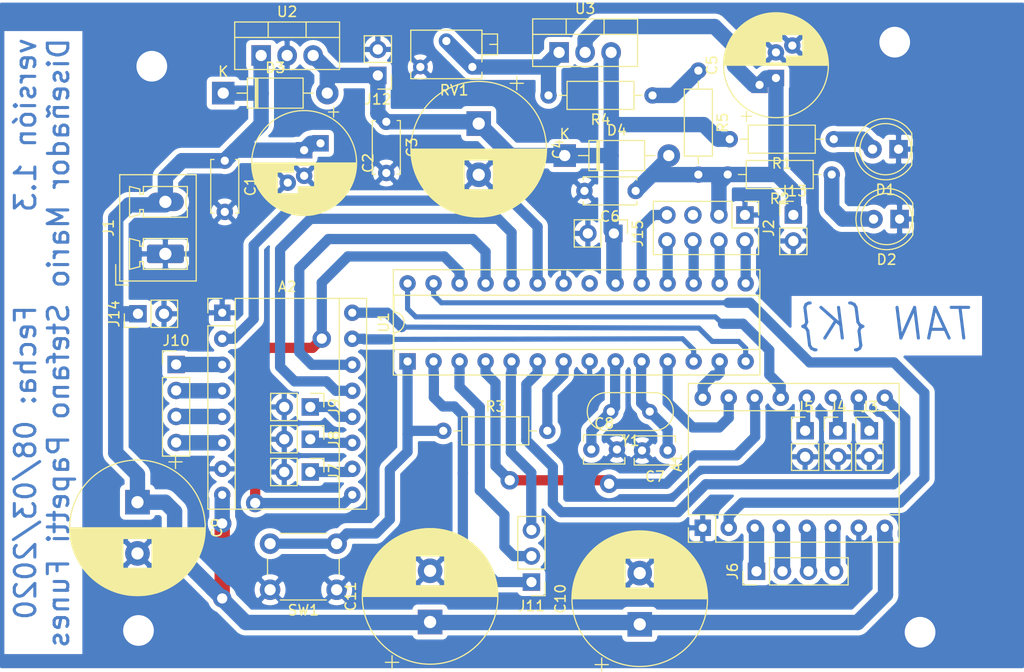
<source format=kicad_pcb>
(kicad_pcb (version 20171130) (host pcbnew "(5.1.5)-3")
  (layers (0 F.Cu signal) (31 B.Cu signal) (34 B.Paste user) (35 F.Paste user) (36 B.SilkS user) (37 F.SilkS user) (38 B.Mask user) (39 F.Mask user) (44 Edge.Cuts user))
  (net 0 "")
  (net 1 GND)
  (net 2 Enable2)
  (net 3 Fault2)
  (net 4 "Net-(A1-Pad10)")
  (net 5 "Net-(A1-Pad3)")
  (net 6 "Net-(A1-Pad11)")
  (net 7 "Net-(A1-Pad4)")
  (net 8 "Net-(A1-Pad12)")
  (net 9 "Net-(A1-Pad5)")
  (net 10 Reset2)
  (net 11 "Net-(A1-Pad6)")
  (net 12 Sleep2)
  (net 13 Steps2)
  (net 14 Vmot)
  (net 15 Direction2)
  (net 16 Direction1)
  (net 17 Steps1)
  (net 18 Sleep1)
  (net 19 "Net-(A2-Pad6)")
  (net 20 Reset1)
  (net 21 "Net-(A2-Pad5)")
  (net 22 "Net-(A2-Pad12)")
  (net 23 "Net-(A2-Pad4)")
  (net 24 "Net-(A2-Pad11)")
  (net 25 "Net-(A2-Pad3)")
  (net 26 "Net-(A2-Pad10)")
  (net 27 Fault1)
  (net 28 Enable1)
  (net 29 +5V)
  (net 30 Vlow)
  (net 31 "Net-(C7-Pad1)")
  (net 32 "Net-(C8-Pad1)")
  (net 33 "Net-(D1-Pad2)")
  (net 34 "Net-(D2-Pad2)")
  (net 35 "Net-(R3-Pad1)")
  (net 36 CE)
  (net 37 CSN)
  (net 38 MOSI)
  (net 39 MISO)
  (net 40 SCK)
  (net 41 "Net-(U1-Pad21)")
  (net 42 IRQ)
  (net 43 "Net-(J11-Pad1)")
  (net 44 "Net-(J11-Pad2)")
  (net 45 "Net-(J11-Pad3)")
  (net 46 "Net-(R4-Pad2)")
  (net 47 "Net-(R4-Pad1)")
  (module Potentiometer_THT:Potentiometer_Bourns_3266X_Horizontal (layer F.Cu) (at 85.95 83.1 180)
    (fp_text reference RV1 (at -3.3 -2.27) (layer F.SilkS))
    (fp_text value R_POT)
    (pad 1 thru_hole circle (at 0 0 180) (size 1.44 1.44) (drill 0.8) (layers *.Cu *.Mask) (net 1 GND))
    (pad 2 thru_hole circle (at -2.54 2.54 180) (size 1.44 1.44) (drill 0.8) (layers *.Cu *.Mask) (net 46 "Net-(R4-Pad2)"))
    (pad 3 thru_hole circle (at -5.08 0 180) (size 1.44 1.44) (drill 0.8) (layers *.Cu *.Mask) (net 46 "Net-(R4-Pad2)"))
  )
  (module Module:Pololu_Breakout-16_15.2x20.3mm (layer F.Cu) (at 66.6 107.1)
    (fp_text reference A2 (at 6.35 -2.54) (layer F.SilkS))
    (fp_text value Pololu_Breakout_DRV8825)
    (pad 16 thru_hole oval (at 12.7 0) (size 1.6 1.6) (drill 0.8) (layers *.Cu *.Mask) (net 16 Direction1))
    (pad 8 thru_hole oval (at 0 17.78) (size 1.6 1.6) (drill 0.8) (layers *.Cu *.Mask) (net 14 Vmot))
    (pad 15 thru_hole oval (at 12.7 2.54) (size 1.6 1.6) (drill 0.8) (layers *.Cu *.Mask) (net 17 Steps1))
    (pad 7 thru_hole oval (at 0 15.24) (size 1.6 1.6) (drill 0.8) (layers *.Cu *.Mask) (net 1 GND))
    (pad 14 thru_hole oval (at 12.7 5.08) (size 1.6 1.6) (drill 0.8) (layers *.Cu *.Mask) (net 18 Sleep1))
    (pad 6 thru_hole oval (at 0 12.7) (size 1.6 1.6) (drill 0.8) (layers *.Cu *.Mask) (net 19 "Net-(A2-Pad6)"))
    (pad 13 thru_hole oval (at 12.7 7.62) (size 1.6 1.6) (drill 0.8) (layers *.Cu *.Mask) (net 20 Reset1))
    (pad 5 thru_hole oval (at 0 10.16) (size 1.6 1.6) (drill 0.8) (layers *.Cu *.Mask) (net 21 "Net-(A2-Pad5)"))
    (pad 12 thru_hole oval (at 12.7 10.16) (size 1.6 1.6) (drill 0.8) (layers *.Cu *.Mask) (net 22 "Net-(A2-Pad12)"))
    (pad 4 thru_hole oval (at 0 7.62) (size 1.6 1.6) (drill 0.8) (layers *.Cu *.Mask) (net 23 "Net-(A2-Pad4)"))
    (pad 11 thru_hole oval (at 12.7 12.7) (size 1.6 1.6) (drill 0.8) (layers *.Cu *.Mask) (net 24 "Net-(A2-Pad11)"))
    (pad 3 thru_hole oval (at 0 5.08) (size 1.6 1.6) (drill 0.8) (layers *.Cu *.Mask) (net 25 "Net-(A2-Pad3)"))
    (pad 10 thru_hole oval (at 12.7 15.24) (size 1.6 1.6) (drill 0.8) (layers *.Cu *.Mask) (net 26 "Net-(A2-Pad10)"))
    (pad 2 thru_hole oval (at 0 2.54) (size 1.6 1.6) (drill 0.8) (layers *.Cu *.Mask) (net 27 Fault1))
    (pad 9 thru_hole oval (at 12.7 17.78) (size 1.6 1.6) (drill 0.8) (layers *.Cu *.Mask) (net 28 Enable1))
    (pad 1 thru_hole rect (at 0 0) (size 1.6 1.6) (drill 0.8) (layers *.Cu *.Mask) (net 1 GND))
  )
  (module Connector_PinHeader_2.54mm:PinHeader_2x04_P2.54mm_Vertical (layer F.Cu) (at 117.65 97.55 270)
    (fp_text reference J2 (at 1.27 -2.33 90) (layer F.SilkS))
    (fp_text value Conn_02x04_Counter_Clockwise)
    (pad 1 thru_hole rect (at 0 0 270) (size 1.7 1.7) (drill 1) (layers *.Cu *.Mask) (net 1 GND))
    (pad 2 thru_hole oval (at 2.54 0 270) (size 1.7 1.7) (drill 1) (layers *.Cu *.Mask) (net 36 CE))
    (pad 3 thru_hole oval (at 0 2.54 270) (size 1.7 1.7) (drill 1) (layers *.Cu *.Mask) (net 30 Vlow))
    (pad 4 thru_hole oval (at 2.54 2.54 270) (size 1.7 1.7) (drill 1) (layers *.Cu *.Mask) (net 37 CSN))
    (pad 5 thru_hole oval (at 0 5.08 270) (size 1.7 1.7) (drill 1) (layers *.Cu *.Mask) (net 42 IRQ))
    (pad 6 thru_hole oval (at 2.54 5.08 270) (size 1.7 1.7) (drill 1) (layers *.Cu *.Mask) (net 38 MOSI))
    (pad 7 thru_hole oval (at 0 7.62 270) (size 1.7 1.7) (drill 1) (layers *.Cu *.Mask) (net 40 SCK))
    (pad 8 thru_hole oval (at 2.54 7.62 270) (size 1.7 1.7) (drill 1) (layers *.Cu *.Mask) (net 39 MISO))
  )
  (module Module:Pololu_Breakout-16_15.2x20.3mm (layer F.Cu) (at 113.525 128.1 90)
    (fp_text reference A1 (at 6.35 -2.54 90) (layer F.SilkS))
    (fp_text value Pololu_Breakout_DRV8825)
    (pad 1 thru_hole rect (at 0 0 90) (size 1.6 1.6) (drill 0.8) (layers *.Cu *.Mask) (net 1 GND))
    (pad 9 thru_hole oval (at 12.7 17.78 90) (size 1.6 1.6) (drill 0.8) (layers *.Cu *.Mask) (net 2 Enable2))
    (pad 2 thru_hole oval (at 0 2.54 90) (size 1.6 1.6) (drill 0.8) (layers *.Cu *.Mask) (net 3 Fault2))
    (pad 10 thru_hole oval (at 12.7 15.24 90) (size 1.6 1.6) (drill 0.8) (layers *.Cu *.Mask) (net 4 "Net-(A1-Pad10)"))
    (pad 3 thru_hole oval (at 0 5.08 90) (size 1.6 1.6) (drill 0.8) (layers *.Cu *.Mask) (net 5 "Net-(A1-Pad3)"))
    (pad 11 thru_hole oval (at 12.7 12.7 90) (size 1.6 1.6) (drill 0.8) (layers *.Cu *.Mask) (net 6 "Net-(A1-Pad11)"))
    (pad 4 thru_hole oval (at 0 7.62 90) (size 1.6 1.6) (drill 0.8) (layers *.Cu *.Mask) (net 7 "Net-(A1-Pad4)"))
    (pad 12 thru_hole oval (at 12.7 10.16 90) (size 1.6 1.6) (drill 0.8) (layers *.Cu *.Mask) (net 8 "Net-(A1-Pad12)"))
    (pad 5 thru_hole oval (at 0 10.16 90) (size 1.6 1.6) (drill 0.8) (layers *.Cu *.Mask) (net 9 "Net-(A1-Pad5)"))
    (pad 13 thru_hole oval (at 12.7 7.62 90) (size 1.6 1.6) (drill 0.8) (layers *.Cu *.Mask) (net 10 Reset2))
    (pad 6 thru_hole oval (at 0 12.7 90) (size 1.6 1.6) (drill 0.8) (layers *.Cu *.Mask) (net 11 "Net-(A1-Pad6)"))
    (pad 14 thru_hole oval (at 12.7 5.08 90) (size 1.6 1.6) (drill 0.8) (layers *.Cu *.Mask) (net 12 Sleep2))
    (pad 7 thru_hole oval (at 0 15.24 90) (size 1.6 1.6) (drill 0.8) (layers *.Cu *.Mask) (net 1 GND))
    (pad 15 thru_hole oval (at 12.7 2.54 90) (size 1.6 1.6) (drill 0.8) (layers *.Cu *.Mask) (net 13 Steps2))
    (pad 8 thru_hole oval (at 0 17.78 90) (size 1.6 1.6) (drill 0.8) (layers *.Cu *.Mask) (net 14 Vmot))
    (pad 16 thru_hole oval (at 12.7 0 90) (size 1.6 1.6) (drill 0.8) (layers *.Cu *.Mask) (net 15 Direction2))
  )
  (module Capacitor_THT:C_Disc_D5.0mm_W2.5mm_P5.00mm (layer F.Cu) (at 66.85 92.25 270)
    (fp_text reference C1 (at 2.5 -2.5 90) (layer F.SilkS))
    (fp_text value 0,1uF)
    (pad 1 thru_hole circle (at 0 0 270) (size 1.6 1.6) (drill 0.8) (layers *.Cu *.Mask) (net 14 Vmot))
    (pad 2 thru_hole circle (at 5 0 270) (size 1.6 1.6) (drill 0.8) (layers *.Cu *.Mask) (net 1 GND))
  )
  (module Capacitor_THT:CP_Radial_D10.0mm_P2.50mm_P5.00mm (layer F.Cu) (at 74.6 91.225 270)
    (fp_text reference C2 (at 1.25 -6.25 90) (layer F.SilkS))
    (fp_text value 2200uF)
    (pad 2 thru_hole circle (at 3.170937 1.6 270) (size 1.6 1.6) (drill 0.8) (layers *.Cu *.Mask) (net 1 GND))
    (pad 1 thru_hole rect (at -0.670937 -1.6 270) (size 1.6 1.6) (drill 0.8) (layers *.Cu *.Mask) (net 14 Vmot))
    (pad 2 thru_hole circle (at 2.5 0 270) (size 1.6 1.6) (drill 0.8) (layers *.Cu *.Mask) (net 1 GND))
    (pad 1 thru_hole rect (at 0 0 270) (size 1.6 1.6) (drill 0.8) (layers *.Cu *.Mask) (net 14 Vmot))
  )
  (module Capacitor_THT:C_Disc_D5.0mm_W2.5mm_P5.00mm (layer F.Cu) (at 82.625 88.45 270)
    (fp_text reference C3 (at 2.5 -2.5 90) (layer F.SilkS))
    (fp_text value 0,1uF)
    (pad 1 thru_hole circle (at 0 0 270) (size 1.6 1.6) (drill 0.8) (layers *.Cu *.Mask) (net 29 +5V))
    (pad 2 thru_hole circle (at 5 0 270) (size 1.6 1.6) (drill 0.8) (layers *.Cu *.Mask) (net 1 GND))
  )
  (module Capacitor_THT:CP_Radial_D10.0mm_P2.50mm_P5.00mm (layer F.Cu) (at 120.675 84.175 90)
    (fp_text reference C5 (at 1.25 -6.25 90) (layer F.SilkS))
    (fp_text value 2200uF)
    (pad 1 thru_hole rect (at 0 0 90) (size 1.6 1.6) (drill 0.8) (layers *.Cu *.Mask) (net 30 Vlow))
    (pad 2 thru_hole circle (at 2.5 0 90) (size 1.6 1.6) (drill 0.8) (layers *.Cu *.Mask) (net 1 GND))
    (pad 1 thru_hole rect (at -0.670937 -1.6 90) (size 1.6 1.6) (drill 0.8) (layers *.Cu *.Mask) (net 30 Vlow))
    (pad 2 thru_hole circle (at 3.170937 1.6 90) (size 1.6 1.6) (drill 0.8) (layers *.Cu *.Mask) (net 1 GND))
  )
  (module Capacitor_THT:C_Disc_D5.0mm_W2.5mm_P5.00mm (layer F.Cu) (at 106.975 95.2 180)
    (fp_text reference C6 (at 2.5 -2.5) (layer F.SilkS))
    (fp_text value 0,1uF)
    (pad 2 thru_hole circle (at 5 0 180) (size 1.6 1.6) (drill 0.8) (layers *.Cu *.Mask) (net 1 GND))
    (pad 1 thru_hole circle (at 0 0 180) (size 1.6 1.6) (drill 0.8) (layers *.Cu *.Mask) (net 30 Vlow))
  )
  (module Capacitor_THT:C_Disc_D3.8mm_W2.6mm_P2.50mm (layer F.Cu) (at 110.1 120.55 180)
    (fp_text reference C7 (at 1.25 -2.55) (layer F.SilkS))
    (fp_text value 22pF)
    (pad 2 thru_hole circle (at 2.5 0 180) (size 1.6 1.6) (drill 0.8) (layers *.Cu *.Mask) (net 1 GND))
    (pad 1 thru_hole circle (at 0 0 180) (size 1.6 1.6) (drill 0.8) (layers *.Cu *.Mask) (net 31 "Net-(C7-Pad1)"))
  )
  (module Capacitor_THT:C_Disc_D3.8mm_W2.6mm_P2.50mm (layer F.Cu) (at 102.65 120.45)
    (fp_text reference C8 (at 1.25 -2.55) (layer F.SilkS))
    (fp_text value 22pF)
    (pad 1 thru_hole circle (at 0 0) (size 1.6 1.6) (drill 0.8) (layers *.Cu *.Mask) (net 32 "Net-(C8-Pad1)"))
    (pad 2 thru_hole circle (at 2.5 0) (size 1.6 1.6) (drill 0.8) (layers *.Cu *.Mask) (net 1 GND))
  )
  (module LED_THT:LED_D5.0mm (layer F.Cu) (at 132.65 91.125 180)
    (fp_text reference D1 (at 1.27 -3.96) (layer F.SilkS))
    (fp_text value LED)
    (pad 1 thru_hole rect (at 0 0 180) (size 1.8 1.8) (drill 0.9) (layers *.Cu *.Mask) (net 1 GND))
    (pad 2 thru_hole circle (at 2.54 0 180) (size 1.8 1.8) (drill 0.9) (layers *.Cu *.Mask) (net 33 "Net-(D1-Pad2)"))
  )
  (module LED_THT:LED_D5.0mm (layer F.Cu) (at 132.75 97.95 180)
    (fp_text reference D2 (at 1.27 -3.96) (layer F.SilkS))
    (fp_text value LED)
    (pad 2 thru_hole circle (at 2.54 0 180) (size 1.8 1.8) (drill 0.9) (layers *.Cu *.Mask) (net 34 "Net-(D2-Pad2)"))
    (pad 1 thru_hole rect (at 0 0 180) (size 1.8 1.8) (drill 0.9) (layers *.Cu *.Mask) (net 1 GND))
  )
  (module Resistor_THT:R_Axial_DIN0207_L6.3mm_D2.5mm_P10.16mm_Horizontal (layer F.Cu) (at 126.325 90.15 180)
    (fp_text reference R1 (at 5.08 -2.37) (layer F.SilkS))
    (fp_text value 220)
    (pad 2 thru_hole oval (at 10.16 0 180) (size 1.6 1.6) (drill 0.8) (layers *.Cu *.Mask) (net 29 +5V))
    (pad 1 thru_hole circle (at 0 0 180) (size 1.6 1.6) (drill 0.8) (layers *.Cu *.Mask) (net 33 "Net-(D1-Pad2)"))
  )
  (module Resistor_THT:R_Axial_DIN0207_L6.3mm_D2.5mm_P10.16mm_Horizontal (layer F.Cu) (at 126.125 93.6 180)
    (fp_text reference R2 (at 5.08 -2.37) (layer F.SilkS))
    (fp_text value 220)
    (pad 1 thru_hole circle (at 0 0 180) (size 1.6 1.6) (drill 0.8) (layers *.Cu *.Mask) (net 34 "Net-(D2-Pad2)"))
    (pad 2 thru_hole oval (at 10.16 0 180) (size 1.6 1.6) (drill 0.8) (layers *.Cu *.Mask) (net 30 Vlow))
  )
  (module Resistor_THT:R_Axial_DIN0207_L6.3mm_D2.5mm_P10.16mm_Horizontal (layer F.Cu) (at 88.19 118.63)
    (fp_text reference R3 (at 5.08 -2.37) (layer F.SilkS))
    (fp_text value 220)
    (pad 1 thru_hole circle (at 0 0) (size 1.6 1.6) (drill 0.8) (layers *.Cu *.Mask) (net 35 "Net-(R3-Pad1)"))
    (pad 2 thru_hole oval (at 10.16 0) (size 1.6 1.6) (drill 0.8) (layers *.Cu *.Mask) (net 29 +5V))
  )
  (module Button_Switch_THT:SW_PUSH_6mm_H5mm (layer F.Cu) (at 77.775 134.15 180)
    (fp_text reference SW1 (at 3.25 -2) (layer F.SilkS))
    (fp_text value SW_Push)
    (pad 2 thru_hole circle (at 0 4.5 270) (size 2 2) (drill 1.1) (layers *.Cu *.Mask) (net 35 "Net-(R3-Pad1)"))
    (pad 1 thru_hole circle (at 0 0 270) (size 2 2) (drill 1.1) (layers *.Cu *.Mask) (net 1 GND))
    (pad 2 thru_hole circle (at 6.5 4.5 270) (size 2 2) (drill 1.1) (layers *.Cu *.Mask) (net 35 "Net-(R3-Pad1)"))
    (pad 1 thru_hole circle (at 6.5 0 270) (size 2 2) (drill 1.1) (layers *.Cu *.Mask) (net 1 GND))
  )
  (module Package_DIP:DIP-28_W7.62mm_Socket (layer F.Cu) (at 84.7 111.85 90)
    (fp_text reference U1 (at 3.81 -2.33 90) (layer F.SilkS))
    (fp_text value ATMEGA328-PU)
    (pad 1 thru_hole rect (at 0 0 90) (size 1.6 1.6) (drill 0.8) (layers *.Cu *.Mask) (net 35 "Net-(R3-Pad1)"))
    (pad 15 thru_hole oval (at 7.62 33.02 90) (size 1.6 1.6) (drill 0.8) (layers *.Cu *.Mask) (net 36 CE))
    (pad 2 thru_hole oval (at 0 2.54 90) (size 1.6 1.6) (drill 0.8) (layers *.Cu *.Mask) (net 43 "Net-(J11-Pad1)"))
    (pad 16 thru_hole oval (at 7.62 30.48 90) (size 1.6 1.6) (drill 0.8) (layers *.Cu *.Mask) (net 37 CSN))
    (pad 3 thru_hole oval (at 0 5.08 90) (size 1.6 1.6) (drill 0.8) (layers *.Cu *.Mask) (net 44 "Net-(J11-Pad2)"))
    (pad 17 thru_hole oval (at 7.62 27.94 90) (size 1.6 1.6) (drill 0.8) (layers *.Cu *.Mask) (net 38 MOSI))
    (pad 4 thru_hole oval (at 0 7.62 90) (size 1.6 1.6) (drill 0.8) (layers *.Cu *.Mask) (net 12 Sleep2))
    (pad 18 thru_hole oval (at 7.62 25.4 90) (size 1.6 1.6) (drill 0.8) (layers *.Cu *.Mask) (net 39 MISO))
    (pad 5 thru_hole oval (at 0 10.16 90) (size 1.6 1.6) (drill 0.8) (layers *.Cu *.Mask) (net 45 "Net-(J11-Pad3)"))
    (pad 19 thru_hole oval (at 7.62 22.86 90) (size 1.6 1.6) (drill 0.8) (layers *.Cu *.Mask) (net 40 SCK))
    (pad 6 thru_hole oval (at 0 12.7 90) (size 1.6 1.6) (drill 0.8) (layers *.Cu *.Mask) (net 2 Enable2))
    (pad 20 thru_hole oval (at 7.62 20.32 90) (size 1.6 1.6) (drill 0.8) (layers *.Cu *.Mask) (net 29 +5V))
    (pad 7 thru_hole oval (at 0 15.24 90) (size 1.6 1.6) (drill 0.8) (layers *.Cu *.Mask) (net 29 +5V))
    (pad 21 thru_hole oval (at 7.62 17.78 90) (size 1.6 1.6) (drill 0.8) (layers *.Cu *.Mask) (net 41 "Net-(U1-Pad21)"))
    (pad 8 thru_hole oval (at 0 17.78 90) (size 1.6 1.6) (drill 0.8) (layers *.Cu *.Mask) (net 1 GND))
    (pad 22 thru_hole oval (at 7.62 15.24 90) (size 1.6 1.6) (drill 0.8) (layers *.Cu *.Mask) (net 1 GND))
    (pad 9 thru_hole oval (at 0 20.32 90) (size 1.6 1.6) (drill 0.8) (layers *.Cu *.Mask) (net 32 "Net-(C8-Pad1)"))
    (pad 23 thru_hole oval (at 7.62 12.7 90) (size 1.6 1.6) (drill 0.8) (layers *.Cu *.Mask) (net 27 Fault1))
    (pad 10 thru_hole oval (at 0 22.86 90) (size 1.6 1.6) (drill 0.8) (layers *.Cu *.Mask) (net 31 "Net-(C7-Pad1)"))
    (pad 24 thru_hole oval (at 7.62 10.16 90) (size 1.6 1.6) (drill 0.8) (layers *.Cu *.Mask) (net 20 Reset1))
    (pad 11 thru_hole oval (at 0 25.4 90) (size 1.6 1.6) (drill 0.8) (layers *.Cu *.Mask) (net 13 Steps2))
    (pad 25 thru_hole oval (at 7.62 7.62 90) (size 1.6 1.6) (drill 0.8) (layers *.Cu *.Mask) (net 18 Sleep1))
    (pad 12 thru_hole oval (at 0 27.94 90) (size 1.6 1.6) (drill 0.8) (layers *.Cu *.Mask) (net 17 Steps1))
    (pad 26 thru_hole oval (at 7.62 5.08 90) (size 1.6 1.6) (drill 0.8) (layers *.Cu *.Mask) (net 28 Enable1))
    (pad 13 thru_hole oval (at 0 30.48 90) (size 1.6 1.6) (drill 0.8) (layers *.Cu *.Mask) (net 15 Direction2))
    (pad 27 thru_hole oval (at 7.62 2.54 90) (size 1.6 1.6) (drill 0.8) (layers *.Cu *.Mask) (net 3 Fault2))
    (pad 14 thru_hole oval (at 0 33.02 90) (size 1.6 1.6) (drill 0.8) (layers *.Cu *.Mask) (net 16 Direction1))
    (pad 28 thru_hole oval (at 7.62 0 90) (size 1.6 1.6) (drill 0.8) (layers *.Cu *.Mask) (net 10 Reset2))
  )
  (module Package_TO_SOT_THT:TO-220-3_Vertical (layer F.Cu) (at 70.4 81.975)
    (fp_text reference U2 (at 2.54 -4.27) (layer F.SilkS))
    (fp_text value LM7805_TO220)
    (pad 1 thru_hole rect (at 0 0) (size 1.905 2) (drill 1.1) (layers *.Cu *.Mask) (net 14 Vmot))
    (pad 2 thru_hole oval (at 2.54 0) (size 1.905 2) (drill 1.1) (layers *.Cu *.Mask) (net 1 GND))
    (pad 3 thru_hole oval (at 5.08 0) (size 1.905 2) (drill 1.1) (layers *.Cu *.Mask) (net 29 +5V))
  )
  (module Crystal:Crystal_HC52-6mm_Vertical (layer F.Cu) (at 108.35 116.75 180)
    (fp_text reference Y1 (at 1.9 -2.85) (layer F.SilkS))
    (fp_text value Crystal)
    (pad 1 thru_hole circle (at 0 0 180) (size 1.5 1.5) (drill 0.8) (layers *.Cu *.Mask) (net 31 "Net-(C7-Pad1)"))
    (pad 2 thru_hole circle (at 3.8 0 180) (size 1.5 1.5) (drill 0.8) (layers *.Cu *.Mask) (net 32 "Net-(C8-Pad1)"))
  )
  (module Connector_PinHeader_2.54mm:PinHeader_1x02_P2.54mm_Vertical (layer F.Cu) (at 129.8 118.625)
    (fp_text reference J3 (at 0 -2.33) (layer F.SilkS))
    (fp_text value Conn_01x02)
    (pad 1 thru_hole rect (at 0 0) (size 1.7 1.7) (drill 1) (layers *.Cu *.Mask) (net 4 "Net-(A1-Pad10)"))
    (pad 2 thru_hole oval (at 0 2.54) (size 1.7 1.7) (drill 1) (layers *.Cu *.Mask) (net 1 GND))
  )
  (module Connector_PinHeader_2.54mm:PinHeader_1x02_P2.54mm_Vertical (layer F.Cu) (at 126.725 118.625)
    (fp_text reference J4 (at 0 -2.33) (layer F.SilkS))
    (fp_text value Conn_01x02)
    (pad 2 thru_hole oval (at 0 2.54) (size 1.7 1.7) (drill 1) (layers *.Cu *.Mask) (net 1 GND))
    (pad 1 thru_hole rect (at 0 0) (size 1.7 1.7) (drill 1) (layers *.Cu *.Mask) (net 6 "Net-(A1-Pad11)"))
  )
  (module Connector_PinHeader_2.54mm:PinHeader_1x02_P2.54mm_Vertical (layer F.Cu) (at 123.525 118.625)
    (fp_text reference J5 (at 0 -2.33) (layer F.SilkS))
    (fp_text value Conn_01x02)
    (pad 1 thru_hole rect (at 0 0) (size 1.7 1.7) (drill 1) (layers *.Cu *.Mask) (net 8 "Net-(A1-Pad12)"))
    (pad 2 thru_hole oval (at 0 2.54) (size 1.7 1.7) (drill 1) (layers *.Cu *.Mask) (net 1 GND))
  )
  (module Connector_PinHeader_2.54mm:PinHeader_1x04_P2.54mm_Vertical (layer F.Cu) (at 118.775 132.35 90)
    (fp_text reference J6 (at 0 -2.33 90) (layer F.SilkS))
    (fp_text value Conn_01x04)
    (pad 4 thru_hole oval (at 0 7.62 90) (size 1.7 1.7) (drill 1) (layers *.Cu *.Mask) (net 11 "Net-(A1-Pad6)"))
    (pad 3 thru_hole oval (at 0 5.08 90) (size 1.7 1.7) (drill 1) (layers *.Cu *.Mask) (net 9 "Net-(A1-Pad5)"))
    (pad 2 thru_hole oval (at 0 2.54 90) (size 1.7 1.7) (drill 1) (layers *.Cu *.Mask) (net 7 "Net-(A1-Pad4)"))
    (pad 1 thru_hole rect (at 0 0 90) (size 1.7 1.7) (drill 1) (layers *.Cu *.Mask) (net 5 "Net-(A1-Pad3)"))
  )
  (module Connector_PinHeader_2.54mm:PinHeader_1x02_P2.54mm_Vertical (layer F.Cu) (at 75.2 122.65 270)
    (fp_text reference J7 (at 0 -2.33 90) (layer F.SilkS))
    (fp_text value Conn_01x02)
    (pad 2 thru_hole oval (at 0 2.54 270) (size 1.7 1.7) (drill 1) (layers *.Cu *.Mask) (net 1 GND))
    (pad 1 thru_hole rect (at 0 0 270) (size 1.7 1.7) (drill 1) (layers *.Cu *.Mask) (net 26 "Net-(A2-Pad10)"))
  )
  (module Connector_PinHeader_2.54mm:PinHeader_1x02_P2.54mm_Vertical (layer F.Cu) (at 75.2 119.45 270)
    (fp_text reference J8 (at 0 -2.33 90) (layer F.SilkS))
    (fp_text value Conn_01x02)
    (pad 1 thru_hole rect (at 0 0 270) (size 1.7 1.7) (drill 1) (layers *.Cu *.Mask) (net 24 "Net-(A2-Pad11)"))
    (pad 2 thru_hole oval (at 0 2.54 270) (size 1.7 1.7) (drill 1) (layers *.Cu *.Mask) (net 1 GND))
  )
  (module Connector_PinHeader_2.54mm:PinHeader_1x02_P2.54mm_Vertical (layer F.Cu) (at 75.2 116.3 270)
    (fp_text reference J9 (at 0 -2.33 90) (layer F.SilkS))
    (fp_text value Conn_01x02)
    (pad 2 thru_hole oval (at 0 2.54 270) (size 1.7 1.7) (drill 1) (layers *.Cu *.Mask) (net 1 GND))
    (pad 1 thru_hole rect (at 0 0 270) (size 1.7 1.7) (drill 1) (layers *.Cu *.Mask) (net 22 "Net-(A2-Pad12)"))
  )
  (module Connector_PinHeader_2.54mm:PinHeader_1x04_P2.54mm_Vertical (layer F.Cu) (at 62.1 112.15)
    (fp_text reference J10 (at 0 -2.33) (layer F.SilkS))
    (fp_text value Conn_01x04)
    (pad 1 thru_hole rect (at 0 0) (size 1.7 1.7) (drill 1) (layers *.Cu *.Mask) (net 25 "Net-(A2-Pad3)"))
    (pad 2 thru_hole oval (at 0 2.54) (size 1.7 1.7) (drill 1) (layers *.Cu *.Mask) (net 23 "Net-(A2-Pad4)"))
    (pad 3 thru_hole oval (at 0 5.08) (size 1.7 1.7) (drill 1) (layers *.Cu *.Mask) (net 21 "Net-(A2-Pad5)"))
    (pad 4 thru_hole oval (at 0 7.62) (size 1.7 1.7) (drill 1) (layers *.Cu *.Mask) (net 19 "Net-(A2-Pad6)"))
  )
  (module Connector_PinHeader_2.54mm:PinHeader_1x03_P2.54mm_Vertical (layer F.Cu) (at 96.8 133.4 180)
    (fp_text reference J11 (at 0 -2.33) (layer F.SilkS))
    (fp_text value Conn_01x03)
    (pad 1 thru_hole rect (at 0 0 180) (size 1.7 1.7) (drill 1) (layers *.Cu *.Mask) (net 43 "Net-(J11-Pad1)"))
    (pad 2 thru_hole oval (at 0 2.54 180) (size 1.7 1.7) (drill 1) (layers *.Cu *.Mask) (net 44 "Net-(J11-Pad2)"))
    (pad 3 thru_hole oval (at 0 5.08 180) (size 1.7 1.7) (drill 1) (layers *.Cu *.Mask) (net 45 "Net-(J11-Pad3)"))
  )
  (module Connector_Phoenix_MC_HighVoltage:PhoenixContact_MCV_1,5_2-G-5.08_1x02_P5.08mm_Vertical (layer F.Cu) (at 61.05 101.35 90)
    (fp_text reference J1 (at 2.54 -5.55 90) (layer F.SilkS))
    (fp_text value Conn_01x02)
    (pad 1 thru_hole roundrect (at 0 0 90) (size 1.8 3.6) (drill 1.2) (layers *.Cu *.Mask) (roundrect_rratio 0.138889) (net 1 GND))
    (pad 2 thru_hole oval (at 5.08 0 90) (size 1.8 3.6) (drill 1.2) (layers *.Cu *.Mask) (net 14 Vmot))
  )
  (module Capacitor_THT:CP_Radial_D13.0mm_P5.00mm (layer F.Cu) (at 58.325 125.6 270)
    (fp_text reference C9 (at 2.5 -7.75 90) (layer F.SilkS))
    (fp_text value 2200uF)
    (pad 1 thru_hole rect (at 0 0 270) (size 2.4 2.4) (drill 1.2) (layers *.Cu *.Mask) (net 14 Vmot))
    (pad 2 thru_hole circle (at 5 0 270) (size 2.4 2.4) (drill 1.2) (layers *.Cu *.Mask) (net 1 GND))
  )
  (module Capacitor_THT:CP_Radial_D13.0mm_P5.00mm (layer F.Cu) (at 107.375 137.525 90)
    (fp_text reference C10 (at 2.5 -7.75 90) (layer F.SilkS))
    (fp_text value 2200uF)
    (pad 2 thru_hole circle (at 5 0 90) (size 2.4 2.4) (drill 1.2) (layers *.Cu *.Mask) (net 1 GND))
    (pad 1 thru_hole rect (at 0 0 90) (size 2.4 2.4) (drill 1.2) (layers *.Cu *.Mask) (net 14 Vmot))
  )
  (module Connector_PinHeader_2.54mm:PinHeader_1x02_P2.54mm_Vertical (layer F.Cu) (at 81.8 83.925 180)
    (fp_text reference J12 (at 0 -2.33) (layer F.SilkS))
    (fp_text value Conn_01x02)
    (pad 1 thru_hole rect (at 0 0 180) (size 1.7 1.7) (drill 1) (layers *.Cu *.Mask) (net 29 +5V))
    (pad 2 thru_hole oval (at 0 2.54 180) (size 1.7 1.7) (drill 1) (layers *.Cu *.Mask) (net 1 GND))
  )
  (module Capacitor_THT:CP_Radial_D13.0mm_P5.00mm (layer F.Cu) (at 91.65 88.625 270)
    (fp_text reference C4 (at 2.5 -7.75 90) (layer F.SilkS))
    (fp_text value 2200uF)
    (pad 1 thru_hole rect (at 0 0 270) (size 2.4 2.4) (drill 1.2) (layers *.Cu *.Mask) (net 29 +5V))
    (pad 2 thru_hole circle (at 5 0 270) (size 2.4 2.4) (drill 1.2) (layers *.Cu *.Mask) (net 1 GND))
  )
  (module Capacitor_THT:CP_Radial_D13.0mm_P5.00mm (layer F.Cu) (at 86.9 137.3 90)
    (fp_text reference C11 (at 2.5 -7.75 90) (layer F.SilkS))
    (fp_text value 2200uF)
    (pad 1 thru_hole rect (at 0 0 90) (size 2.4 2.4) (drill 1.2) (layers *.Cu *.Mask) (net 14 Vmot))
    (pad 2 thru_hole circle (at 5 0 90) (size 2.4 2.4) (drill 1.2) (layers *.Cu *.Mask) (net 1 GND))
  )
  (module Diode_THT:D_DO-41_SOD81_P10.16mm_Horizontal (layer F.Cu) (at 66.7 85.65)
    (fp_text reference D3 (at 5.08 -2.47) (layer F.SilkS))
    (fp_text value 1N4007)
    (fp_text user K (at 0 -2.1) (layer F.SilkS))
    (pad 1 thru_hole rect (at 0 0) (size 2.2 2.2) (drill 1.1) (layers *.Cu *.Mask) (net 14 Vmot))
    (pad 2 thru_hole oval (at 10.16 0) (size 2.2 2.2) (drill 1.1) (layers *.Cu *.Mask) (net 29 +5V))
  )
  (module Diode_THT:D_DO-41_SOD81_P10.16mm_Horizontal (layer F.Cu) (at 100.05 91.75)
    (fp_text reference D4 (at 5.08 -2.47) (layer F.SilkS))
    (fp_text value 1N4007)
    (fp_text user K (at 0 -2.1) (layer F.SilkS))
    (pad 2 thru_hole oval (at 10.16 0) (size 2.2 2.2) (drill 1.1) (layers *.Cu *.Mask) (net 30 Vlow))
    (pad 1 thru_hole rect (at 0 0) (size 2.2 2.2) (drill 1.1) (layers *.Cu *.Mask) (net 29 +5V))
  )
  (module Resistor_THT:R_Axial_DIN0207_L6.3mm_D2.5mm_P10.16mm_Horizontal (layer F.Cu) (at 108.625 85.875 180)
    (fp_text reference R4 (at 5.08 -2.37) (layer F.SilkS))
    (fp_text value 120)
    (pad 2 thru_hole oval (at 10.16 0 180) (size 1.6 1.6) (drill 0.8) (layers *.Cu *.Mask) (net 46 "Net-(R4-Pad2)"))
    (pad 1 thru_hole circle (at 0 0 180) (size 1.6 1.6) (drill 0.8) (layers *.Cu *.Mask) (net 47 "Net-(R4-Pad1)"))
  )
  (module Resistor_THT:R_Axial_DIN0207_L6.3mm_D2.5mm_P10.16mm_Horizontal (layer F.Cu) (at 113.1 83.45 270)
    (fp_text reference R5 (at 5.08 -2.37 90) (layer F.SilkS))
    (fp_text value 120)
    (pad 1 thru_hole circle (at 0 0 270) (size 1.6 1.6) (drill 0.8) (layers *.Cu *.Mask) (net 47 "Net-(R4-Pad1)"))
    (pad 2 thru_hole oval (at 10.16 0 270) (size 1.6 1.6) (drill 0.8) (layers *.Cu *.Mask) (net 30 Vlow))
  )
  (module Package_TO_SOT_THT:TO-220-3_Vertical (layer F.Cu) (at 99.5 81.675)
    (fp_text reference U3 (at 2.54 -4.27) (layer F.SilkS))
    (fp_text value LM317_3PinPackage)
    (pad 1 thru_hole rect (at 0 0) (size 1.905 2) (drill 1.1) (layers *.Cu *.Mask) (net 46 "Net-(R4-Pad2)"))
    (pad 2 thru_hole oval (at 2.54 0) (size 1.905 2) (drill 1.1) (layers *.Cu *.Mask) (net 30 Vlow))
    (pad 3 thru_hole oval (at 5.08 0) (size 1.905 2) (drill 1.1) (layers *.Cu *.Mask) (net 29 +5V))
  )
  (module Connector_PinHeader_2.54mm:PinHeader_1x02_P2.54mm_Vertical (layer F.Cu) (at 122.375 97.55)
    (fp_text reference J13 (at 0 -2.33) (layer F.SilkS))
    (fp_text value Conn_01x02)
    (pad 1 thru_hole rect (at 0 0) (size 1.7 1.7) (drill 1) (layers *.Cu *.Mask) (net 30 Vlow))
    (pad 2 thru_hole oval (at 0 2.54) (size 1.7 1.7) (drill 1) (layers *.Cu *.Mask) (net 1 GND))
  )
  (module Connector_PinHeader_2.54mm:PinHeader_1x02_P2.54mm_Vertical (layer F.Cu) (at 58.375 107.2 90)
    (fp_text reference J14 (at 0 -2.33 90) (layer F.SilkS))
    (fp_text value Conn_01x02)
    (pad 2 thru_hole oval (at 0 2.54 90) (size 1.7 1.7) (drill 1) (layers *.Cu *.Mask) (net 1 GND))
    (pad 1 thru_hole rect (at 0 0 90) (size 1.7 1.7) (drill 1) (layers *.Cu *.Mask) (net 14 Vmot))
  )
  (module Connector_PinHeader_2.54mm:PinHeader_1x02_P2.54mm_Vertical (layer F.Cu) (at 104.85 99.35 270)
    (fp_text reference J15 (at 0 -2.33 90) (layer F.SilkS))
    (fp_text value Conn_01x02)
    (pad 1 thru_hole rect (at 0 0 270) (size 1.7 1.7) (drill 1) (layers *.Cu *.Mask) (net 29 +5V))
    (pad 2 thru_hole oval (at 0 2.54 270) (size 1.7 1.7) (drill 1) (layers *.Cu *.Mask) (net 1 GND))
  )
  (gr_text "TAN {K}" (at 131.5 108.2) (layer B.Cu) (effects (font (size 3 3) (thickness 0.3) italic) (justify mirror)))
  (gr_text "versión 1.3      Fecha: 08/03/2020\nDiseñador Mario Stefano Papetti Funes" (at 49 80.1 90) (layer B.Cu) (effects (font (size 2 2) (thickness 0.3)) (justify left mirror)))
  (via (at 59.725 83.025) (size 3.2) (drill 3) (layers F.Cu B.Cu) (net 1))
  (via (at 58.425 138.125) (size 3.2) (drill 3) (layers F.Cu B.Cu) (net 1))
  (via (at 134.75 138.3) (size 3.2) (drill 3) (layers F.Cu B.Cu) (net 1))
  (via (at 132.275 80.675) (size 3.2) (drill 3) (layers F.Cu B.Cu) (net 1))
  (segment (start 97.4 112.98137) (end 96.3 114.08137) (width 1) (layer B.Cu) (net 2))
  (segment (start 97.4 111.85) (end 97.4 112.98137) (width 1) (layer B.Cu) (net 2))
  (segment (start 98.89 122.15) (end 96.29 119.55) (width 1) (layer B.Cu) (net 2))
  (segment (start 98.89 125.75) (end 98.89 122.15) (width 1) (layer B.Cu) (net 2))
  (segment (start 111.1 126.57) (end 99.71 126.57) (width 1) (layer B.Cu) (net 2))
  (segment (start 99.71 126.57) (end 98.89 125.75) (width 1) (layer B.Cu) (net 2))
  (segment (start 113.82 123.85) (end 111.1 126.57) (width 1) (layer B.Cu) (net 2))
  (segment (start 132.15 123.85) (end 113.82 123.85) (width 1) (layer B.Cu) (net 2))
  (segment (start 96.3 114.08137) (end 96.29 119.55) (width 1) (layer B.Cu) (net 2))
  (segment (start 131.305 115.4) (end 133.3 117.395) (width 1) (layer B.Cu) (net 2))
  (segment (start 133.3 117.395) (end 133.3 122.7) (width 1) (layer B.Cu) (net 2))
  (segment (start 133.3 122.7) (end 132.15 123.85) (width 1) (layer B.Cu) (net 2))
  (segment (start 88.00363 106.125) (end 116.025 106.125) (width 0.5) (layer B.Cu) (net 3))
  (segment (start 87.24 104.23) (end 87.24 105.36137) (width 0.5) (layer B.Cu) (net 3))
  (segment (start 87.24 105.36137) (end 88.00363 106.125) (width 0.5) (layer B.Cu) (net 3))
  (segment (start 116.065 126.96863) (end 116.065 128.1) (width 1) (layer B.Cu) (net 3))
  (segment (start 132.775 125.65) (end 117.38363 125.65) (width 1) (layer B.Cu) (net 3))
  (segment (start 117.38363 125.65) (end 116.065 126.96863) (width 1) (layer B.Cu) (net 3))
  (segment (start 135.175 123.25) (end 132.775 125.65) (width 1) (layer B.Cu) (net 3))
  (segment (start 118.15 106.125) (end 123.975 111.95) (width 1) (layer B.Cu) (net 3))
  (segment (start 116.025 106.125) (end 118.15 106.125) (width 1) (layer B.Cu) (net 3))
  (segment (start 123.975 111.95) (end 132.2 111.95) (width 1) (layer B.Cu) (net 3))
  (segment (start 132.2 111.95) (end 135.175 114.925) (width 1) (layer B.Cu) (net 3))
  (segment (start 135.175 114.925) (end 135.175 123.25) (width 1) (layer B.Cu) (net 3))
  (segment (start 129.8 118.625) (end 129.8 117.975) (width 1) (layer B.Cu) (net 4))
  (segment (start 128.765 116.94) (end 128.765 115.4) (width 1) (layer B.Cu) (net 4))
  (segment (start 129.8 117.975) (end 128.765 116.94) (width 1) (layer B.Cu) (net 4))
  (segment (start 118.775 128.27) (end 118.605 128.1) (width 1.5) (layer B.Cu) (net 5))
  (segment (start 118.775 132.35) (end 118.775 128.27) (width 1.5) (layer B.Cu) (net 5))
  (segment (start 126.725 115.9) (end 126.225 115.4) (width 1) (layer B.Cu) (net 6))
  (segment (start 126.725 118.625) (end 126.725 115.9) (width 1) (layer B.Cu) (net 6))
  (segment (start 121.315 128.27) (end 121.145 128.1) (width 1.5) (layer B.Cu) (net 7))
  (segment (start 121.315 132.35) (end 121.315 128.27) (width 1.5) (layer B.Cu) (net 7))
  (segment (start 123.525 115.56) (end 123.685 115.4) (width 1) (layer B.Cu) (net 8))
  (segment (start 123.525 118.625) (end 123.525 115.56) (width 1) (layer B.Cu) (net 8))
  (segment (start 123.855 128.27) (end 123.685 128.1) (width 1.5) (layer B.Cu) (net 9))
  (segment (start 123.855 132.35) (end 123.855 128.27) (width 1.5) (layer B.Cu) (net 9))
  (segment (start 84.7 104.23) (end 84.7 105.25) (width 0.5) (layer B.Cu) (net 10))
  (segment (start 84.7 105.25) (end 84.7 106.7) (width 0.5) (layer B.Cu) (net 10))
  (segment (start 84.7 106.7) (end 85.5 107.5) (width 0.5) (layer B.Cu) (net 10))
  (segment (start 85.5 107.5) (end 114.75 107.5) (width 0.5) (layer B.Cu) (net 10))
  (segment (start 121.145 114.26863) (end 120.025 113.14863) (width 1) (layer B.Cu) (net 10))
  (segment (start 121.145 115.4) (end 121.145 114.26863) (width 1) (layer B.Cu) (net 10))
  (segment (start 120.025 113.14863) (end 120.025 110.75) (width 1) (layer B.Cu) (net 10))
  (segment (start 120.025 110.75) (end 117.45 108.175) (width 1) (layer B.Cu) (net 10))
  (segment (start 117.45 108.175) (end 115.5 108.175) (width 1) (layer B.Cu) (net 10))
  (segment (start 114.75 107.5) (end 115.5 108.175) (width 0.5) (layer B.Cu) (net 10))
  (segment (start 126.225 132.18) (end 126.395 132.35) (width 1.5) (layer B.Cu) (net 11))
  (segment (start 126.225 128.1) (end 126.225 132.18) (width 1.5) (layer B.Cu) (net 11))
  (segment (start 92.32 112.98137) (end 92.32 111.85) (width 1) (layer B.Cu) (net 12))
  (segment (start 93.29 113.95137) (end 92.32 112.98137) (width 1) (layer B.Cu) (net 12))
  (segment (start 93.29 121.86) (end 93.29 113.95137) (width 1) (layer B.Cu) (net 12))
  (segment (start 112.75 121.025) (end 109.975 123.8) (width 1) (layer B.Cu) (net 12))
  (segment (start 118.605 116.53137) (end 118.65 116.57637) (width 1) (layer B.Cu) (net 12))
  (segment (start 118.605 115.4) (end 118.605 116.53137) (width 1) (layer B.Cu) (net 12))
  (segment (start 116.825 121.025) (end 112.75 121.025) (width 1) (layer B.Cu) (net 12))
  (segment (start 118.65 116.57637) (end 118.65 119.2) (width 1) (layer B.Cu) (net 12))
  (segment (start 118.65 119.2) (end 116.825 121.025) (width 1) (layer B.Cu) (net 12))
  (segment (start 93.29 121.86) (end 93.29 122.07) (width 1) (layer B.Cu) (net 12))
  (segment (start 93.29 122.07) (end 94.68 123.46) (width 1) (layer B.Cu) (net 12))
  (segment (start 94.68 123.46) (end 94.68 123.46) (width 1) (layer B.Cu) (net 12))
  (via (at 94.68 123.46) (size 1.8) (drill 1) (layers F.Cu B.Cu) (net 12))
  (segment (start 109.975 123.8) (end 104.38 123.8) (width 1) (layer B.Cu) (net 12))
  (segment (start 104.38 123.8) (end 104.38 123.8) (width 1) (layer B.Cu) (net 12))
  (via (at 104.38 123.8) (size 1.8) (drill 1) (layers F.Cu B.Cu) (net 12))
  (segment (start 104.04 123.46) (end 104.38 123.8) (width 1) (layer F.Cu) (net 12))
  (segment (start 94.68 123.46) (end 104.04 123.46) (width 1) (layer F.Cu) (net 12))
  (segment (start 116.065 117.36) (end 116.065 115.4) (width 1) (layer B.Cu) (net 13))
  (segment (start 112.55 118.3) (end 115.125 118.3) (width 1) (layer B.Cu) (net 13))
  (segment (start 115.125 118.3) (end 116.065 117.36) (width 1) (layer B.Cu) (net 13))
  (segment (start 110.1 111.85) (end 110.1 115.85) (width 1) (layer B.Cu) (net 13))
  (segment (start 110.1 115.85) (end 112.55 118.3) (width 1) (layer B.Cu) (net 13))
  (segment (start 131.305 129.23137) (end 131.375 129.30137) (width 1.5) (layer B.Cu) (net 14))
  (segment (start 131.305 128.1) (end 131.305 129.23137) (width 1.5) (layer B.Cu) (net 14))
  (segment (start 131.375 129.30137) (end 131.375 134.625) (width 1.5) (layer B.Cu) (net 14))
  (segment (start 131.375 134.625) (end 128.65 137.35) (width 1.5) (layer B.Cu) (net 14))
  (segment (start 128.65 137.35) (end 68.9 137.35) (width 1.5) (layer B.Cu) (net 14))
  (segment (start 66.6 135.05) (end 66.6 135) (width 1.5) (layer B.Cu) (net 14))
  (segment (start 68.9 137.35) (end 66.6 135.05) (width 1.5) (layer B.Cu) (net 14))
  (segment (start 66.6 127.675) (end 66.6 124.88) (width 1.5) (layer B.Cu) (net 14))
  (via (at 66.6 127.675) (size 1.8) (drill 1) (layers F.Cu B.Cu) (net 14))
  (via (at 66.6 135) (size 1.8) (drill 1) (layers F.Cu B.Cu) (net 14))
  (segment (start 61.05 96.565) (end 57.5 96.565) (width 1.5) (layer B.Cu) (net 14))
  (segment (start 57.5 96.565) (end 56.35 97.715) (width 1.5) (layer B.Cu) (net 14))
  (segment (start 66.6 127.675) (end 66.6 135) (width 1.5) (layer F.Cu) (net 14))
  (segment (start 65.700001 134.100001) (end 65.700001 134.090001) (width 1.5) (layer B.Cu) (net 14))
  (segment (start 66.6 135) (end 65.700001 134.100001) (width 1.5) (layer B.Cu) (net 14))
  (segment (start 62.67 92.25) (end 66.85 92.25) (width 1.5) (layer B.Cu) (net 14))
  (segment (start 61.05 96.27) (end 61.05 93.87) (width 1.5) (layer B.Cu) (net 14))
  (segment (start 61.05 93.87) (end 62.67 92.25) (width 1.5) (layer B.Cu) (net 14))
  (segment (start 70.170937 88.929063) (end 66.85 92.25) (width 1.5) (layer B.Cu) (net 14))
  (segment (start 70.170937 88.929063) (end 70.4 88.7) (width 1.5) (layer B.Cu) (net 14))
  (segment (start 61.025 125.6) (end 61.95 126.525) (width 1.5) (layer B.Cu) (net 14))
  (segment (start 58.325 125.6) (end 61.025 125.6) (width 1.5) (layer B.Cu) (net 14))
  (segment (start 61.95 130.35) (end 65.700001 134.100001) (width 1.5) (layer B.Cu) (net 14))
  (segment (start 61.95 126.525) (end 61.95 130.35) (width 1.5) (layer B.Cu) (net 14))
  (segment (start 58.325 122.9) (end 56.2 120.775) (width 1.5) (layer B.Cu) (net 14))
  (segment (start 58.325 125.6) (end 58.325 122.9) (width 1.5) (layer B.Cu) (net 14))
  (segment (start 56.35 97.715) (end 56.2 97.85) (width 1.5) (layer B.Cu) (net 14))
  (segment (start 56.225 107.2) (end 56.2 107.175) (width 1.5) (layer B.Cu) (net 14))
  (segment (start 58.375 107.2) (end 56.225 107.2) (width 1.5) (layer B.Cu) (net 14))
  (segment (start 56.2 120.775) (end 56.2 107.175) (width 1.5) (layer B.Cu) (net 14))
  (segment (start 56.2 107.175) (end 56.2 97.85) (width 1.5) (layer B.Cu) (net 14))
  (segment (start 70.375 85.65) (end 70.4 85.675) (width 1.5) (layer B.Cu) (net 14))
  (segment (start 66.7 85.65) (end 70.375 85.65) (width 1.5) (layer B.Cu) (net 14))
  (segment (start 70.4 88.7) (end 70.4 85.675) (width 1.5) (layer B.Cu) (net 14))
  (segment (start 70.4 85.675) (end 70.4 81.975) (width 1.5) (layer B.Cu) (net 14))
  (segment (start 67.875 91.225) (end 66.85 92.25) (width 1.5) (layer B.Cu) (net 14))
  (segment (start 74.6 91.225) (end 67.875 91.225) (width 1.5) (layer B.Cu) (net 14))
  (segment (start 75.270937 90.554063) (end 74.6 91.225) (width 1.5) (layer B.Cu) (net 14))
  (segment (start 76.2 90.554063) (end 75.270937 90.554063) (width 1.5) (layer B.Cu) (net 14))
  (segment (start 113.525 114.26863) (end 114.56863 113.225) (width 1) (layer B.Cu) (net 15))
  (segment (start 113.525 115.4) (end 113.525 114.26863) (width 1) (layer B.Cu) (net 15))
  (segment (start 114.93637 113.225) (end 114.56863 113.225) (width 1) (layer B.Cu) (net 15))
  (segment (start 115.18 112.98137) (end 114.93637 113.225) (width 1) (layer B.Cu) (net 15))
  (segment (start 115.18 111.85) (end 115.18 112.98137) (width 1) (layer B.Cu) (net 15))
  (segment (start 113.15 108.6) (end 114.45 109.9) (width 0.5) (layer B.Cu) (net 16))
  (segment (start 114.45 109.9) (end 117.05 109.9) (width 0.5) (layer B.Cu) (net 16))
  (segment (start 117.72 110.57) (end 117.72 111.85) (width 0.5) (layer B.Cu) (net 16))
  (segment (start 117.05 109.9) (end 117.72 110.57) (width 0.5) (layer B.Cu) (net 16))
  (segment (start 79.3 107.1) (end 82.725 107.1) (width 1) (layer B.Cu) (net 16))
  (segment (start 82.725 107.1) (end 84.125 108.5) (width 1) (layer B.Cu) (net 16))
  (segment (start 84.125 108.5) (end 113.15 108.6) (width 0.5) (layer B.Cu) (net 16))
  (segment (start 112.64 111.85) (end 112.64 110.71863) (width 0.5) (layer B.Cu) (net 17))
  (segment (start 112.64 110.71863) (end 111.56137 109.64) (width 0.5) (layer B.Cu) (net 17))
  (segment (start 80.49137 109.7) (end 82.975 109.7) (width 1) (layer B.Cu) (net 17))
  (segment (start 80.43137 109.64) (end 80.49137 109.7) (width 1) (layer B.Cu) (net 17))
  (segment (start 79.3 109.64) (end 80.43137 109.64) (width 1) (layer B.Cu) (net 17))
  (segment (start 111.56137 109.64) (end 82.975 109.7) (width 0.5) (layer B.Cu) (net 17))
  (segment (start 92.32 101.145) (end 92.32 104.23) (width 1) (layer B.Cu) (net 18))
  (segment (start 75.355 112.18) (end 74.125 110.95) (width 1) (layer B.Cu) (net 18))
  (segment (start 91.075 99.9) (end 92.32 101.145) (width 1) (layer B.Cu) (net 18))
  (segment (start 74.125 110.95) (end 74.125 102.75) (width 1) (layer B.Cu) (net 18))
  (segment (start 76.975 99.9) (end 91.075 99.9) (width 1) (layer B.Cu) (net 18))
  (segment (start 79.3 112.18) (end 75.355 112.18) (width 1) (layer B.Cu) (net 18))
  (segment (start 74.125 102.75) (end 76.975 99.9) (width 1) (layer B.Cu) (net 18))
  (segment (start 62.13 119.8) (end 62.1 119.77) (width 1.5) (layer B.Cu) (net 19))
  (segment (start 66.6 119.8) (end 62.13 119.8) (width 1.5) (layer B.Cu) (net 19))
  (segment (start 94.86 99.26) (end 94.86 104.23) (width 1) (layer B.Cu) (net 20))
  (segment (start 93.525 97.925) (end 94.86 99.26) (width 1) (layer B.Cu) (net 20))
  (segment (start 72.25 100.9) (end 75.225 97.925) (width 1) (layer B.Cu) (net 20))
  (segment (start 77.695 114.72) (end 76.775 113.8) (width 1) (layer B.Cu) (net 20))
  (segment (start 76.775 113.8) (end 73.675 113.8) (width 1) (layer B.Cu) (net 20))
  (segment (start 79.3 114.72) (end 77.695 114.72) (width 1) (layer B.Cu) (net 20))
  (segment (start 75.225 97.925) (end 93.525 97.925) (width 1) (layer B.Cu) (net 20))
  (segment (start 73.675 113.8) (end 72.25 112.375) (width 1) (layer B.Cu) (net 20))
  (segment (start 72.25 112.375) (end 72.25 100.9) (width 1) (layer B.Cu) (net 20))
  (segment (start 66.57 117.23) (end 66.6 117.26) (width 1.5) (layer B.Cu) (net 21))
  (segment (start 62.1 117.23) (end 66.57 117.23) (width 1.5) (layer B.Cu) (net 21))
  (segment (start 75.2 116.3) (end 77.05 116.3) (width 1) (layer B.Cu) (net 22))
  (segment (start 78.01 117.26) (end 79.3 117.26) (width 1) (layer B.Cu) (net 22))
  (segment (start 77.05 116.3) (end 78.01 117.26) (width 1) (layer B.Cu) (net 22))
  (segment (start 62.13 114.72) (end 62.1 114.69) (width 1.5) (layer B.Cu) (net 23))
  (segment (start 66.6 114.72) (end 62.13 114.72) (width 1.5) (layer B.Cu) (net 23))
  (segment (start 75.55 119.8) (end 75.2 119.45) (width 1) (layer B.Cu) (net 24))
  (segment (start 79.3 119.8) (end 75.55 119.8) (width 1) (layer B.Cu) (net 24))
  (segment (start 66.57 112.15) (end 66.6 112.18) (width 1.5) (layer B.Cu) (net 25))
  (segment (start 62.1 112.15) (end 66.57 112.15) (width 1.5) (layer B.Cu) (net 25))
  (segment (start 78.99 122.65) (end 79.3 122.34) (width 1) (layer B.Cu) (net 26))
  (segment (start 75.2 122.65) (end 78.99 122.65) (width 1) (layer B.Cu) (net 26))
  (segment (start 97.4 98.7) (end 97.4 104.23) (width 1) (layer B.Cu) (net 27))
  (segment (start 94.85 96.15) (end 97.4 98.7) (width 1) (layer B.Cu) (net 27))
  (segment (start 66.6 109.64) (end 67.73137 109.64) (width 1) (layer B.Cu) (net 27))
  (segment (start 67.73137 109.64) (end 69.675 107.69637) (width 1) (layer B.Cu) (net 27))
  (segment (start 69.675 107.69637) (end 69.675 100.5) (width 1) (layer B.Cu) (net 27))
  (segment (start 74.025 96.15) (end 94.85 96.15) (width 1) (layer B.Cu) (net 27))
  (segment (start 69.675 100.5) (end 74.025 96.15) (width 1) (layer B.Cu) (net 27))
  (segment (start 89.78 103.09863) (end 88.28137 101.6) (width 1) (layer B.Cu) (net 28))
  (segment (start 89.78 104.23) (end 89.78 103.09863) (width 1) (layer B.Cu) (net 28))
  (segment (start 88.28137 101.6) (end 78.875 101.6) (width 1) (layer B.Cu) (net 28))
  (segment (start 78.875 101.6) (end 76.325 104.15) (width 1) (layer B.Cu) (net 28))
  (segment (start 76.325 104.15) (end 76.325 109.625) (width 1) (layer B.Cu) (net 28))
  (segment (start 76.325 109.625) (end 76.325 109.625) (width 1) (layer B.Cu) (net 28))
  (via (at 76.325 109.625) (size 1.8) (drill 1) (layers F.Cu B.Cu) (net 28))
  (segment (start 78.500001 125.679999) (end 69.820001 125.679999) (width 1) (layer B.Cu) (net 28))
  (segment (start 79.3 124.88) (end 78.500001 125.679999) (width 1) (layer B.Cu) (net 28))
  (segment (start 69.820001 125.679999) (end 69.820001 125.679999) (width 1) (layer B.Cu) (net 28))
  (via (at 69.820001 125.679999) (size 1.8) (drill 1) (layers F.Cu B.Cu) (net 28))
  (segment (start 75.425001 110.524999) (end 71.100001 110.524999) (width 1) (layer F.Cu) (net 28))
  (segment (start 76.325 109.625) (end 75.425001 110.524999) (width 1) (layer F.Cu) (net 28))
  (segment (start 69.820001 111.804999) (end 71.100001 110.524999) (width 1) (layer F.Cu) (net 28))
  (segment (start 69.820001 125.679999) (end 69.820001 111.804999) (width 1) (layer F.Cu) (net 28))
  (segment (start 99.94 111.85) (end 99.94 113.13) (width 1) (layer B.Cu) (net 29))
  (segment (start 98.35 114.72) (end 98.35 118.63) (width 1) (layer B.Cu) (net 29))
  (segment (start 99.94 113.13) (end 98.35 114.72) (width 1) (layer B.Cu) (net 29))
  (segment (start 77.43 83.925) (end 81.8 83.925) (width 1.5) (layer B.Cu) (net 29))
  (segment (start 75.48 81.975) (end 77.43 83.925) (width 1.5) (layer B.Cu) (net 29))
  (segment (start 81.8 87.625) (end 82.625 88.45) (width 1.5) (layer B.Cu) (net 29))
  (segment (start 81.8 83.925) (end 81.8 87.625) (width 1.5) (layer B.Cu) (net 29))
  (segment (start 91.475 88.45) (end 91.65 88.625) (width 1.5) (layer B.Cu) (net 29))
  (segment (start 82.625 88.45) (end 91.475 88.45) (width 1.5) (layer B.Cu) (net 29))
  (segment (start 76.86 83.355) (end 75.48 81.975) (width 1.5) (layer B.Cu) (net 29))
  (segment (start 76.86 85.65) (end 76.86 83.355) (width 1.5) (layer B.Cu) (net 29))
  (segment (start 104.58 99.08) (end 104.85 99.35) (width 1.5) (layer B.Cu) (net 29))
  (segment (start 104.85 104.06) (end 105.02 104.23) (width 1.5) (layer B.Cu) (net 29))
  (segment (start 104.85 99.35) (end 104.85 104.06) (width 1.5) (layer B.Cu) (net 29))
  (segment (start 102.65 91.75) (end 104.575 91.75) (width 1.5) (layer B.Cu) (net 29))
  (segment (start 100.05 91.75) (end 102.65 91.75) (width 1.5) (layer B.Cu) (net 29))
  (segment (start 104.575 91.75) (end 104.58 99.08) (width 1.5) (layer B.Cu) (net 29))
  (segment (start 94.775 91.75) (end 91.65 88.625) (width 1.5) (layer B.Cu) (net 29))
  (segment (start 100.05 91.75) (end 94.775 91.75) (width 1.5) (layer B.Cu) (net 29))
  (segment (start 113.60863 88.725) (end 104.6 88.725) (width 1.5) (layer B.Cu) (net 29))
  (segment (start 115.03363 90.15) (end 113.60863 88.725) (width 1.5) (layer B.Cu) (net 29))
  (segment (start 116.165 90.15) (end 115.03363 90.15) (width 1.5) (layer B.Cu) (net 29))
  (segment (start 104.58 81.675) (end 104.6 88.725) (width 1.5) (layer B.Cu) (net 29))
  (segment (start 104.6 88.725) (end 104.575 91.75) (width 1.5) (layer B.Cu) (net 29))
  (segment (start 102.04 81.675) (end 102.04 80.41) (width 1.5) (layer B.Cu) (net 30))
  (segment (start 102.04 80.41) (end 103.3 79.15) (width 1.5) (layer B.Cu) (net 30))
  (segment (start 103.3 79.15) (end 114.675 79.15) (width 1.5) (layer B.Cu) (net 30))
  (segment (start 114.675 79.15) (end 116.625 81.1) (width 1.5) (layer B.Cu) (net 30))
  (segment (start 115.955 93.61) (end 115.965 93.6) (width 1.5) (layer B.Cu) (net 30))
  (segment (start 113.1 93.61) (end 115.955 93.61) (width 1.5) (layer B.Cu) (net 30))
  (segment (start 115.11 94.455) (end 115.965 93.6) (width 1.5) (layer B.Cu) (net 30))
  (segment (start 115.11 97.55) (end 115.11 94.455) (width 1.5) (layer B.Cu) (net 30))
  (segment (start 108.565 93.61) (end 106.975 95.2) (width 1.5) (layer B.Cu) (net 30))
  (segment (start 113.1 93.61) (end 108.565 93.61) (width 1.5) (layer B.Cu) (net 30))
  (segment (start 110.21 91.965) (end 106.975 95.2) (width 1.5) (layer B.Cu) (net 30))
  (segment (start 110.21 91.75) (end 110.21 91.965) (width 1.5) (layer B.Cu) (net 30))
  (segment (start 122.375 95.2) (end 120.725 93.55) (width 1.5) (layer B.Cu) (net 30))
  (segment (start 122.375 97.55) (end 122.375 95.2) (width 1.5) (layer B.Cu) (net 30))
  (segment (start 120.675 93.6) (end 115.965 93.6) (width 1.5) (layer B.Cu) (net 30))
  (segment (start 120.725 93.55) (end 120.675 93.6) (width 1.5) (layer B.Cu) (net 30))
  (segment (start 120.675 93.5) (end 120.675 84.175) (width 1.5) (layer B.Cu) (net 30))
  (segment (start 120.725 93.55) (end 120.675 93.5) (width 1.5) (layer B.Cu) (net 30))
  (segment (start 119.075 84.845937) (end 118.495937 84.845937) (width 1.5) (layer B.Cu) (net 30))
  (segment (start 116.625 82.975) (end 116.625 81.1) (width 1.5) (layer B.Cu) (net 30))
  (segment (start 118.495937 84.845937) (end 116.625 82.975) (width 1.5) (layer B.Cu) (net 30))
  (segment (start 119.745937 84.175) (end 119.075 84.845937) (width 1.5) (layer B.Cu) (net 30))
  (segment (start 120.675 84.175) (end 119.745937 84.175) (width 1.5) (layer B.Cu) (net 30))
  (segment (start 107.51 115.91) (end 108.35 116.75) (width 1) (layer B.Cu) (net 31))
  (segment (start 107.51 111.85) (end 107.51 115.91) (width 1) (layer B.Cu) (net 31))
  (segment (start 110.1 118.5) (end 108.35 116.75) (width 1) (layer B.Cu) (net 31))
  (segment (start 110.1 120.55) (end 110.1 118.5) (width 1) (layer B.Cu) (net 31))
  (segment (start 104.97 116.33) (end 104.55 116.75) (width 1) (layer B.Cu) (net 32))
  (segment (start 104.97 111.85) (end 104.97 116.33) (width 1) (layer B.Cu) (net 32))
  (segment (start 102.65 118.65) (end 104.55 116.75) (width 1) (layer B.Cu) (net 32))
  (segment (start 102.65 120.45) (end 102.65 118.65) (width 1) (layer B.Cu) (net 32))
  (segment (start 129.135 90.15) (end 130.11 91.125) (width 1.5) (layer B.Cu) (net 33))
  (segment (start 126.325 90.15) (end 129.135 90.15) (width 1.5) (layer B.Cu) (net 33))
  (segment (start 126.125 93.6) (end 126.125 96.9) (width 1.5) (layer B.Cu) (net 34))
  (segment (start 127.175 97.95) (end 130.21 97.95) (width 1.5) (layer B.Cu) (net 34))
  (segment (start 126.125 96.9) (end 127.175 97.95) (width 1.5) (layer B.Cu) (net 34))
  (segment (start 88.19 118.63) (end 85.06 118.63) (width 1) (layer B.Cu) (net 35))
  (segment (start 85.06 118.63) (end 84.7 118.99) (width 1) (layer B.Cu) (net 35))
  (segment (start 84.7 111.85) (end 84.7 118.99) (width 1) (layer B.Cu) (net 35))
  (segment (start 84.7 118.99) (end 84.7 118.925) (width 1) (layer B.Cu) (net 35))
  (segment (start 78.774999 128.650001) (end 81.599999 128.650001) (width 1) (layer B.Cu) (net 35))
  (segment (start 77.775 129.65) (end 78.774999 128.650001) (width 1) (layer B.Cu) (net 35))
  (segment (start 81.599999 128.650001) (end 82.97 127.28) (width 1) (layer B.Cu) (net 35))
  (segment (start 82.97 127.28) (end 82.97 122.405787) (width 1) (layer B.Cu) (net 35))
  (segment (start 84.7 120.675787) (end 84.7 118.99) (width 1) (layer B.Cu) (net 35))
  (segment (start 82.97 122.405787) (end 84.7 120.675787) (width 1) (layer B.Cu) (net 35))
  (segment (start 77.775 129.65) (end 71.275 129.65) (width 1) (layer B.Cu) (net 35))
  (segment (start 117.72 100.16) (end 117.65 100.09) (width 1) (layer B.Cu) (net 36))
  (segment (start 117.72 104.23) (end 117.72 100.16) (width 1) (layer B.Cu) (net 36))
  (segment (start 115.18 100.16) (end 115.11 100.09) (width 1) (layer B.Cu) (net 37))
  (segment (start 115.18 104.23) (end 115.18 100.16) (width 1) (layer B.Cu) (net 37))
  (segment (start 112.64 100.16) (end 112.57 100.09) (width 1) (layer B.Cu) (net 38))
  (segment (start 112.64 104.23) (end 112.64 100.16) (width 1) (layer B.Cu) (net 38))
  (segment (start 110.1 100.16) (end 110.03 100.09) (width 1) (layer B.Cu) (net 39))
  (segment (start 110.1 104.23) (end 110.1 100.16) (width 1) (layer B.Cu) (net 39))
  (segment (start 110.03 97.55) (end 108.7 97.55) (width 1) (layer B.Cu) (net 40))
  (segment (start 107.56 98.69) (end 107.56 104.23) (width 1) (layer B.Cu) (net 40))
  (segment (start 108.7 97.55) (end 107.56 98.69) (width 1) (layer B.Cu) (net 40))
  (segment (start 88.16 116.25) (end 87.27 115.36) (width 1) (layer B.Cu) (net 43))
  (segment (start 87.27 113.01137) (end 87.24 112.98137) (width 1) (layer B.Cu) (net 43))
  (segment (start 90.1 117.09) (end 89.26 116.25) (width 1) (layer B.Cu) (net 43))
  (segment (start 87.24 112.98137) (end 87.24 111.85) (width 1) (layer B.Cu) (net 43))
  (segment (start 89.26 116.25) (end 88.16 116.25) (width 1) (layer B.Cu) (net 43))
  (segment (start 87.27 115.36) (end 87.27 113.01137) (width 1) (layer B.Cu) (net 43))
  (segment (start 90.1 122.75) (end 90.11 122.76) (width 1) (layer B.Cu) (net 43))
  (segment (start 90.1 117.09) (end 90.1 122.75) (width 1) (layer B.Cu) (net 43))
  (segment (start 93.325 133.4) (end 96.8 133.4) (width 1) (layer B.Cu) (net 43))
  (segment (start 90.1 122.75) (end 90.1 130.175) (width 1) (layer B.Cu) (net 43))
  (segment (start 90.1 130.175) (end 93.325 133.4) (width 1) (layer B.Cu) (net 43))
  (segment (start 94.16 129.935) (end 95.085 130.86) (width 1) (layer B.Cu) (net 44))
  (segment (start 94.16 126.817919) (end 94.16 129.935) (width 1) (layer B.Cu) (net 44))
  (segment (start 91.76 124.457919) (end 91.8 124.457919) (width 1) (layer B.Cu) (net 44))
  (segment (start 89.78 112.98137) (end 89.77 112.99137) (width 1) (layer B.Cu) (net 44))
  (segment (start 95.085 130.86) (end 96.8 130.86) (width 1) (layer B.Cu) (net 44))
  (segment (start 89.77 114.32) (end 91.76 116.31) (width 1) (layer B.Cu) (net 44))
  (segment (start 89.78 111.85) (end 89.78 112.98137) (width 1) (layer B.Cu) (net 44))
  (segment (start 91.8 124.457919) (end 94.16 126.817919) (width 1) (layer B.Cu) (net 44))
  (segment (start 89.77 112.99137) (end 89.77 114.32) (width 1) (layer B.Cu) (net 44))
  (segment (start 91.76 116.31) (end 91.76 124.457919) (width 1) (layer B.Cu) (net 44))
  (segment (start 94.86 111.85) (end 94.86 112.98137) (width 1) (layer B.Cu) (net 45))
  (segment (start 96.78 122.71) (end 96.78 127.94) (width 1) (layer B.Cu) (net 45))
  (segment (start 94.79 113.05137) (end 94.79 120.72) (width 1) (layer B.Cu) (net 45))
  (segment (start 96.78 127.94) (end 96.7 128.02) (width 1) (layer B.Cu) (net 45))
  (segment (start 94.86 112.98137) (end 94.79 113.05137) (width 1) (layer B.Cu) (net 45))
  (segment (start 94.79 120.72) (end 96.78 122.71) (width 1) (layer B.Cu) (net 45))
  (segment (start 98.2 83.1) (end 99.375 81.925) (width 1.5) (layer B.Cu) (net 46))
  (segment (start 91.03 83.1) (end 98.2 83.1) (width 1.5) (layer B.Cu) (net 46))
  (segment (start 88.49 80.56) (end 91.03 83.1) (width 1.5) (layer B.Cu) (net 46))
  (segment (start 98.465 82.71) (end 99.5 81.675) (width 1.5) (layer B.Cu) (net 46))
  (segment (start 98.465 85.875) (end 98.465 82.71) (width 1.5) (layer B.Cu) (net 46))
  (segment (start 110.675 85.875) (end 113.1 83.45) (width 1.5) (layer B.Cu) (net 47))
  (segment (start 108.625 85.875) (end 110.675 85.875) (width 1.5) (layer B.Cu) (net 47))
  (zone (net 1) (net_name GND) (layer B.Cu) (connect_pads (clearance 0.508)) (min_thickness 0.254) (fill yes (arc_segments 32) (thermal_gap 0.508) (thermal_bridge_width 0.508))
    (polygon (pts (xy 144.9 141.809033) (xy 44.9 141.809033) (xy 44.9 76.809033) (xy 144.9 76.809033)))
  )
)
</source>
